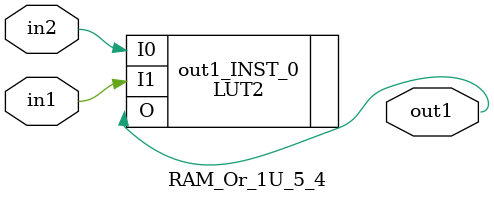
<source format=v>
`timescale 1 ps / 1 ps

(* STRUCTURAL_NETLIST = "yes" *)
module RAM_Or_1U_5_4
   (in2,
    in1,
    out1);
  input in2;
  input in1;
  output out1;

  wire in1;
  wire in2;
  wire out1;

LUT2 #(
    .INIT(4'hE)) 
     out1_INST_0
       (.I0(in2),
        .I1(in1),
        .O(out1));
endmodule


</source>
